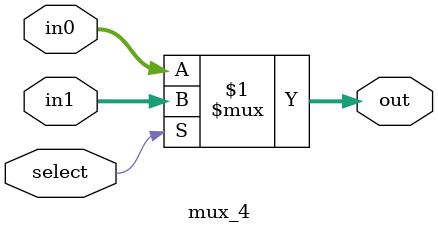
<source format=v>
module mux_4(select, in0, in1, out);
	input select;
	input [3:0] in0, in1;
	output [3:0] out;
	assign out = select ? in1: in0;
endmodule

</source>
